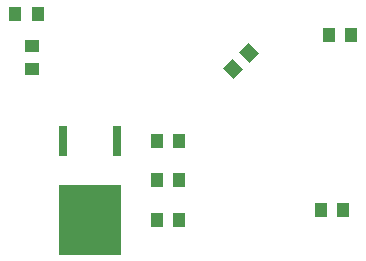
<source format=gbr>
G04 DipTrace 3.0.0.1*
G04 BottomPaste.gbr*
%MOIN*%
G04 #@! TF.FileFunction,Paste,Bot*
G04 #@! TF.Part,Single*
%AMOUTLINE2*
4,1,4,
0.002783,-0.033406,
-0.033406,0.002783,
-0.002783,0.033406,
0.033406,-0.002783,
0.002783,-0.033406,
0*%
%ADD69R,0.043307X0.051181*%
%ADD71R,0.051181X0.043307*%
%ADD73R,0.21063X0.234252*%
%ADD75R,0.031496X0.100394*%
%ADD83OUTLINE2*%
%FSLAX26Y26*%
G04*
G70*
G90*
G75*
G01*
G04 BotPaste*
%LPD*%
D75*
X1086220Y838845D3*
X1265748D3*
D73*
X1175984Y575066D3*
D71*
X981102Y1077572D3*
Y1152375D3*
D69*
X1398569Y573097D3*
X1473372D3*
X1398569Y706168D3*
X1473372D3*
D83*
X1652363Y1078216D3*
X1705256Y1131109D3*
D69*
X1943832Y606299D3*
X2018635D3*
X925984Y1260236D3*
X1000787D3*
X2045538Y1189108D3*
X1970735D3*
X1397769Y838845D3*
X1472572D3*
M02*

</source>
